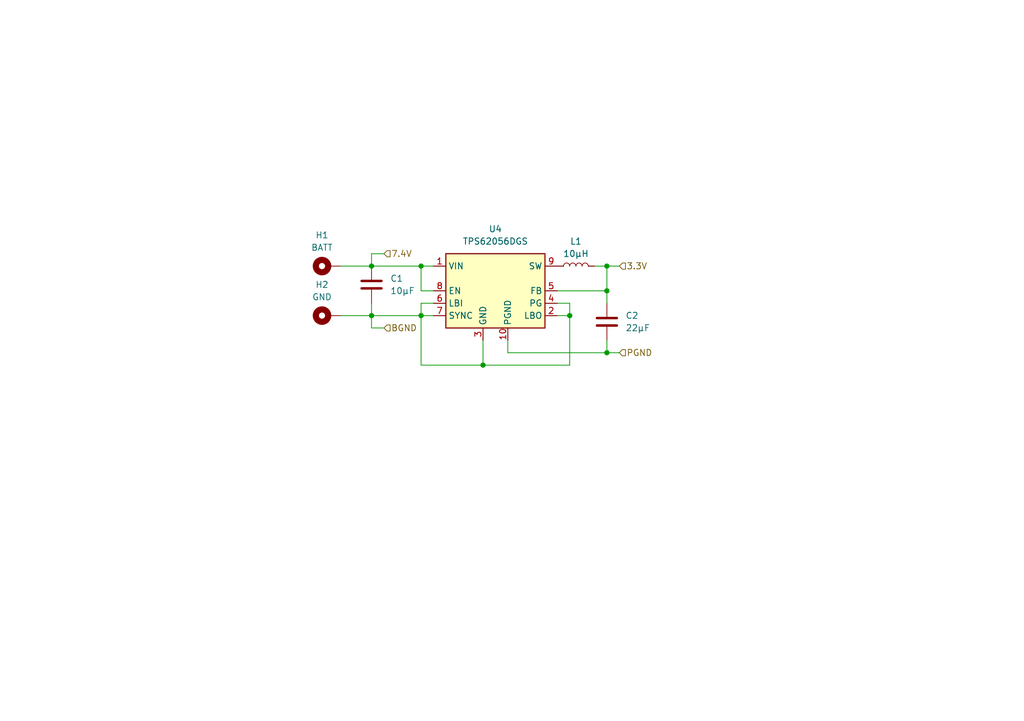
<source format=kicad_sch>
(kicad_sch (version 20250114) (generator "eeschema") (generator_version "9.0")
  (paper "A5")
  (lib_symbols
    (symbol "Device:C" (pin_numbers (hide yes)) (pin_names (offset 0.254))
      (property "Reference" "C" (at 0.635 2.54 0))
      (property "Value" "C" (at 0.635 -2.54 0))
      (symbol "C_0_1"
        (polyline (pts (xy -2.032 0.762) (xy 2.032 0.762)) (stroke (width 0.508)))
        (polyline (pts (xy -2.032 -0.762) (xy 2.032 -0.762)) (stroke (width 0.508)))
      )
      (symbol "C_1_1"
        (pin passive line (at 0 3.81 270) (length 2.794) (name "~") (number "1"))
        (pin passive line (at 0 -3.81 90) (length 2.794) (name "~") (number "2"))
      )
    )
    (symbol "Device:L" (pin_numbers (hide yes)) (pin_names (offset 1.016) (hide yes))
      (property "Reference" "L" (at -1.27 0 90))
      (property "Value" "L" (at 1.905 0 90))
      (symbol "L_0_1"
        (arc (start 0 2.54) (mid 0.6323 1.905) (end 0 1.27))
        (arc (start 0 1.27) (mid 0.6323 0.635) (end 0 0))
        (arc (start 0 0) (mid 0.6323 -0.635) (end 0 -1.27))
        (arc (start 0 -1.27) (mid 0.6323 -1.905) (end 0 -2.54))
      )
      (symbol "L_1_1"
        (pin passive line (at 0 3.81 270) (length 1.27) (name "1") (number "1"))
        (pin passive line (at 0 -3.81 90) (length 1.27) (name "2") (number "2"))
      )
    )
    (symbol "Mechanical:MountingHole_Pad" (pin_numbers (hide yes)) (pin_names (offset 1.016) (hide yes)) (in_bom no)
      (property "Reference" "H" (at 0 6.35 0))
      (property "Value" "MountingHole_Pad" (at 0 4.445 0))
      (symbol "MountingHole_Pad_0_1"
        (circle (center 0 1.27) (radius 1.27) (stroke (width 1.27)))
      )
      (symbol "MountingHole_Pad_1_1"
        (pin input line (at 0 -2.54 90) (length 2.54) (name "1") (number "1"))
      )
    )
    (symbol "Regulator_Switching:TPS62056DGS"
      (property "Reference" "U" (at 0 11.43 0))
      (property "Value" "TPS62056DGS" (at 0 8.89 0))
      (symbol "TPS62056DGS_1_1"
        (rectangle (start -10.16 7.62) (end 10.16 -7.62) (stroke (width 0.254)) (fill (type background)))
        (pin power_in line (at -12.7 5.08 0) (length 2.54) (name "VIN") (number "1"))
        (pin input line (at -12.7 0 0) (length 2.54) (name "EN") (number "8"))
        (pin input line (at -12.7 -2.54 0) (length 2.54) (name "LBI") (number "6"))
        (pin input line (at -12.7 -5.08 0) (length 2.54) (name "SYNC") (number "7"))
        (pin power_in line (at -2.54 -10.16 90) (length 2.54) (name "GND") (number "3"))
        (pin power_in line (at 2.54 -10.16 90) (length 2.54) (name "PGND") (number "10"))
        (pin power_out line (at 12.7 5.08 180) (length 2.54) (name "SW") (number "9"))
        (pin input line (at 12.7 0 180) (length 2.54) (name "FB") (number "5"))
        (pin open_collector line (at 12.7 -2.54 180) (length 2.54) (name "PG") (number "4"))
        (pin open_collector line (at 12.7 -5.08 180) (length 2.54) (name "LBO") (number "2"))
      )
    )
  )
  (junction (at 116.84 64.77))
  (junction (at 76.2 64.77))
  (junction (at 76.2 54.61))
  (junction (at 86.36 64.77))
  (junction (at 99.06 74.93))
  (junction (at 124.46 54.61))
  (junction (at 124.46 59.69))
  (junction (at 86.36 54.61))
  (junction (at 124.46 72.39))
  (wire (pts (xy 78.74 67.31) (xy 76.2 67.31)))
  (wire (pts (xy 86.36 54.61) (xy 88.9 54.61)))
  (wire (pts (xy 116.84 74.93) (xy 99.06 74.93)))
  (wire (pts (xy 76.2 64.77) (xy 69.85 64.77)))
  (wire (pts (xy 99.06 74.93) (xy 86.36 74.93)))
  (wire (pts (xy 114.3 64.77) (xy 116.84 64.77)))
  (wire (pts (xy 124.46 59.69) (xy 124.46 62.23)))
  (wire (pts (xy 124.46 54.61) (xy 124.46 59.69)))
  (wire (pts (xy 124.46 54.61) (xy 127 54.61)))
  (wire (pts (xy 86.36 62.23) (xy 86.36 64.77)))
  (wire (pts (xy 76.2 54.61) (xy 86.36 54.61)))
  (wire (pts (xy 86.36 74.93) (xy 86.36 64.77)))
  (wire (pts (xy 116.84 62.23) (xy 116.84 64.77)))
  (wire (pts (xy 86.36 64.77) (xy 88.9 64.77)))
  (wire (pts (xy 116.84 64.77) (xy 116.84 74.93)))
  (wire (pts (xy 104.14 72.39) (xy 124.46 72.39)))
  (wire (pts (xy 76.2 64.77) (xy 86.36 64.77)))
  (wire (pts (xy 124.46 69.85) (xy 124.46 72.39)))
  (wire (pts (xy 88.9 62.23) (xy 86.36 62.23)))
  (wire (pts (xy 104.14 69.85) (xy 104.14 72.39)))
  (wire (pts (xy 88.9 59.69) (xy 86.36 59.69)))
  (wire (pts (xy 76.2 54.61) (xy 76.2 52.07)))
  (wire (pts (xy 76.2 52.07) (xy 78.74 52.07)))
  (wire (pts (xy 114.3 62.23) (xy 116.84 62.23)))
  (wire (pts (xy 69.85 54.61) (xy 76.2 54.61)))
  (wire (pts (xy 76.2 67.31) (xy 76.2 64.77)))
  (wire (pts (xy 86.36 59.69) (xy 86.36 54.61)))
  (wire (pts (xy 124.46 59.69) (xy 114.3 59.69)))
  (wire (pts (xy 76.2 62.23) (xy 76.2 64.77)))
  (wire (pts (xy 124.46 72.39) (xy 127 72.39)))
  (wire (pts (xy 121.92 54.61) (xy 124.46 54.61)))
  (wire (pts (xy 99.06 69.85) (xy 99.06 74.93)))
  (hierarchical_label "PGND" (shape input) (at 127 72.39 0))
  (hierarchical_label "3.3V" (shape input) (at 127 54.61 0))
  (hierarchical_label "BGND" (shape input) (at 78.74 67.31 0))
  (hierarchical_label "7.4V" (shape input) (at 78.74 52.07 0))
  (symbol (lib_id "Device:C") (at 124.46 66.04 0) (unit 1)
    (property "Reference" "C2" (at 128.27 64.7699 0) (effects (justify left)))
    (property "Value" "22µF" (at 128.27 67.3099 0) (effects (justify left)))
    (property "Footprint" "Capacitor_SMD:CP_Elec_4x3" (effects (hide yes)))
    (property "Description" "Unpolarized capacitor" (effects (hide yes)))
  )
  (symbol (lib_id "Mechanical:MountingHole_Pad") (at 67.31 64.77 90) (unit 1) (in_bom no)
    (property "Reference" "H2" (at 66.04 58.42 90))
    (property "Value" "GND" (at 66.04 60.96 90))
    (property "Footprint" "MountingHole:MountingHole_2.5mm_Pad" (effects (hide yes)))
    (property "Description" "Mounting Hole with connection" (effects (hide yes)))
  )
  (symbol (lib_id "Regulator_Switching:TPS62056DGS") (at 101.6 59.69 0) (unit 1)
    (property "Reference" "U4" (at 101.6 46.99 0))
    (property "Value" "TPS62056DGS" (at 101.6 49.53 0))
    (property "Footprint" "Package_SO:VSSOP-10_3x3mm_P0.5mm" (effects (hide yes)))
    (property "Datasheet" "http://www.ti.com/lit/ds/symlink/tps62056.pdf" (effects (hide yes)))
    (property "Description" "800 mA Step-Down Converter, Adjustable Output Voltage, 0.7-6V Input Voltage, VSSOP-10" (effects (hide yes)))
  )
  (symbol (lib_id "Device:L") (at 118.11 54.61 90) (unit 1)
    (property "Reference" "L1" (at 118.11 49.53 90))
    (property "Value" "10µH" (at 118.11 52.07 90))
    (property "Footprint" "Inductor_SMD:L_12x12mm_H6mm" (effects (hide yes)))
    (property "Description" "Inductor" (effects (hide yes)))
  )
  (symbol (lib_id "Mechanical:MountingHole_Pad") (at 67.31 54.61 90) (unit 1) (in_bom no)
    (property "Reference" "H1" (at 66.04 48.26 90))
    (property "Value" "BATT" (at 66.04 50.8 90))
    (property "Footprint" "MountingHole:MountingHole_2.5mm_Pad" (effects (hide yes)))
    (property "Description" "Mounting Hole with connection" (effects (hide yes)))
  )
  (symbol (lib_id "Device:C") (at 76.2 58.42 0) (unit 1)
    (property "Reference" "C1" (at 80.01 57.1499 0) (effects (justify left)))
    (property "Value" "10µF" (at 80.01 59.6899 0) (effects (justify left)))
    (property "Footprint" "Capacitor_SMD:CP_Elec_4x3" (effects (hide yes)))
    (property "Description" "Unpolarized capacitor" (effects (hide yes)))
  )
)
</source>
